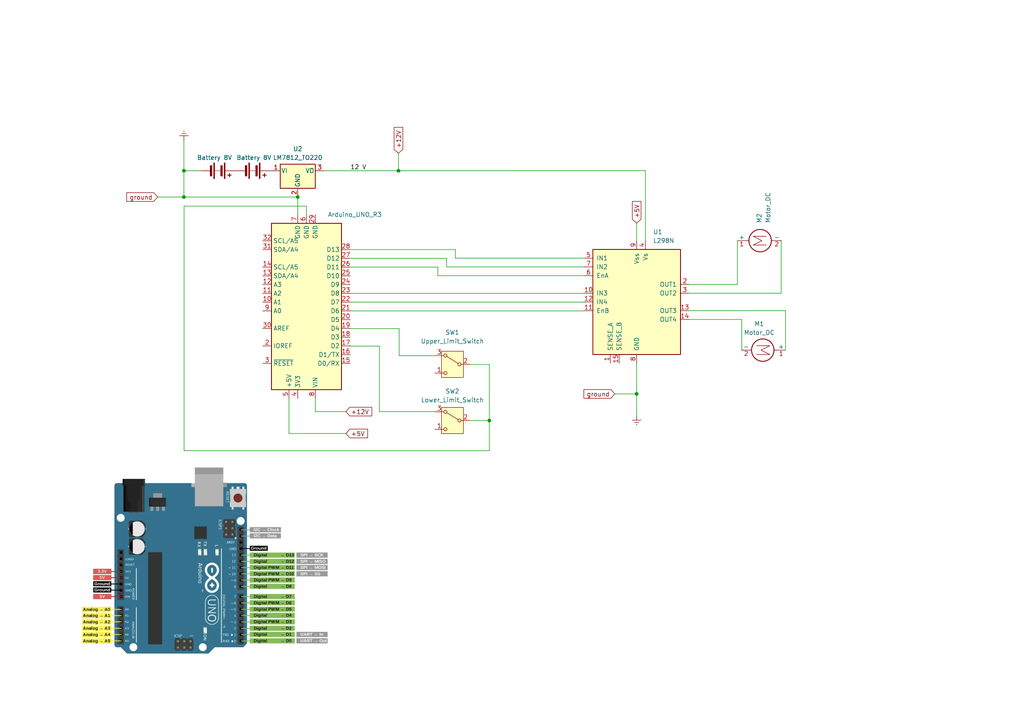
<source format=kicad_sch>
(kicad_sch (version 20230121) (generator eeschema)
  (paper "A4")
  (title_block (title "Greartisan 12V DC Motor Driver"))
  (lib_symbols
    (symbol "Device:Battery" (pin_numbers hide) (pin_names (offset 0) hide)
      (property "Reference" "BT" (at 2.54 2.54 0))
      (property "Value" "Battery" (at 2.54 0 0))
      (symbol "Battery_0_1"
        (rectangle (start -2.286 -1.27) (end 2.286 -1.524) (fill (type outline)))
        (rectangle (start -2.286 1.778) (end 2.286 1.524) (fill (type outline)))
        (rectangle (start -1.524 -2.032) (end 1.524 -2.54) (fill (type outline)))
        (rectangle (start -1.524 1.016) (end 1.524 0.508) (fill (type outline)))
        (polyline (pts (xy 0 -1.016) (xy 0 -0.762)))
        (polyline (pts (xy 0 -0.508) (xy 0 -0.254)))
        (polyline (pts (xy 0 0) (xy 0 0.254)))
        (polyline (pts (xy 0 1.778) (xy 0 2.54)))
        (polyline (pts (xy 0.762 3.048) (xy 1.778 3.048)) (stroke (width 0.254)))
        (polyline (pts (xy 1.27 3.556) (xy 1.27 2.54)) (stroke (width 0.254)))
      )
      (symbol "Battery_1_1"
        (pin passive line (at 0 5.08 270) (length 2.54) (name "+") (number "1"))
        (pin passive line (at 0 -5.08 90) (length 2.54) (name "-") (number "2"))
      )
    )
    (symbol "Driver_Motor:L298N" (pin_names (offset 1.016))
      (property "Reference" "U" (at -10.16 16.51 0))
      (property "Value" "L298N" (at 12.7 16.51 0))
      (symbol "L298N_0_1"
        (rectangle (start -12.7 15.24) (end 12.7 -15.24) (stroke (width 0.254)) (fill (type background)))
      )
      (symbol "L298N_1_1"
        (pin power_in line (at -7.62 -17.78 90) (length 2.54) (name "SENSE_A") (number "1"))
        (pin input line (at -15.24 2.54 0) (length 2.54) (name "IN3") (number "10"))
        (pin input line (at -15.24 -2.54 0) (length 2.54) (name "EnB") (number "11"))
        (pin input line (at -15.24 0 0) (length 2.54) (name "IN4") (number "12"))
        (pin output line (at 15.24 -2.54 180) (length 2.54) (name "OUT3") (number "13"))
        (pin output line (at 15.24 -5.08 180) (length 2.54) (name "OUT4") (number "14"))
        (pin power_in line (at -5.08 -17.78 90) (length 2.54) (name "SENSE_B") (number "15"))
        (pin output line (at 15.24 5.08 180) (length 2.54) (name "OUT1") (number "2"))
        (pin output line (at 15.24 2.54 180) (length 2.54) (name "OUT2") (number "3"))
        (pin power_in line (at 2.54 17.78 270) (length 2.54) (name "Vs") (number "4"))
        (pin input line (at -15.24 12.7 0) (length 2.54) (name "IN1") (number "5"))
        (pin input line (at -15.24 7.62 0) (length 2.54) (name "EnA") (number "6"))
        (pin input line (at -15.24 10.16 0) (length 2.54) (name "IN2") (number "7"))
        (pin power_in line (at 0 -17.78 90) (length 2.54) (name "GND") (number "8"))
        (pin power_in line (at 0 17.78 270) (length 2.54) (name "Vss") (number "9"))
      )
    )
    (symbol "MCU_Module:Arduino_UNO_R3"
      (property "Reference" "A" (at -10.16 23.495 0))
      (property "Value" "Arduino_UNO_R3" (at 5.08 -26.67 0))
      (symbol "Arduino_UNO_R3_0_1"
        (rectangle (start -10.16 22.86) (end 10.16 -25.4) (stroke (width 0.254)) (fill (type background)))
      )
      (symbol "Arduino_UNO_R3_1_1"
        (pin no_connect line (at -10.16 -20.32 0) (length 2.54) hide (name "NC") (number "1"))
        (pin bidirectional line (at 12.7 -2.54 180) (length 2.54) (name "A1") (number "10"))
        (pin bidirectional line (at 12.7 -5.08 180) (length 2.54) (name "A2") (number "11"))
        (pin bidirectional line (at 12.7 -7.62 180) (length 2.54) (name "A3") (number "12"))
        (pin bidirectional line (at 12.7 -10.16 180) (length 2.54) (name "SDA/A4") (number "13"))
        (pin bidirectional line (at 12.7 -12.7 180) (length 2.54) (name "SCL/A5") (number "14"))
        (pin bidirectional line (at -12.7 15.24 0) (length 2.54) (name "D0/RX") (number "15"))
        (pin bidirectional line (at -12.7 12.7 0) (length 2.54) (name "D1/TX") (number "16"))
        (pin bidirectional line (at -12.7 10.16 0) (length 2.54) (name "D2") (number "17"))
        (pin bidirectional line (at -12.7 7.62 0) (length 2.54) (name "D3") (number "18"))
        (pin bidirectional line (at -12.7 5.08 0) (length 2.54) (name "D4") (number "19"))
        (pin output line (at 12.7 10.16 180) (length 2.54) (name "IOREF") (number "2"))
        (pin bidirectional line (at -12.7 2.54 0) (length 2.54) (name "D5") (number "20"))
        (pin bidirectional line (at -12.7 0 0) (length 2.54) (name "D6") (number "21"))
        (pin bidirectional line (at -12.7 -2.54 0) (length 2.54) (name "D7") (number "22"))
        (pin bidirectional line (at -12.7 -5.08 0) (length 2.54) (name "D8") (number "23"))
        (pin bidirectional line (at -12.7 -7.62 0) (length 2.54) (name "D9") (number "24"))
        (pin bidirectional line (at -12.7 -10.16 0) (length 2.54) (name "D10") (number "25"))
        (pin bidirectional line (at -12.7 -12.7 0) (length 2.54) (name "D11") (number "26"))
        (pin bidirectional line (at -12.7 -15.24 0) (length 2.54) (name "D12") (number "27"))
        (pin bidirectional line (at -12.7 -17.78 0) (length 2.54) (name "D13") (number "28"))
        (pin power_in line (at -2.54 -27.94 90) (length 2.54) (name "GND") (number "29"))
        (pin input line (at 12.7 15.24 180) (length 2.54) (name "~{RESET}") (number "3"))
        (pin input line (at 12.7 5.08 180) (length 2.54) (name "AREF") (number "30"))
        (pin bidirectional line (at 12.7 -17.78 180) (length 2.54) (name "SDA/A4") (number "31"))
        (pin bidirectional line (at 12.7 -20.32 180) (length 2.54) (name "SCL/A5") (number "32"))
        (pin power_out line (at 2.54 25.4 270) (length 2.54) (name "3V3") (number "4"))
        (pin power_out line (at 5.08 25.4 270) (length 2.54) (name "+5V") (number "5"))
        (pin power_in line (at 0 -27.94 90) (length 2.54) (name "GND") (number "6"))
        (pin power_in line (at 2.54 -27.94 90) (length 2.54) (name "GND") (number "7"))
        (pin power_in line (at -2.54 25.4 270) (length 2.54) (name "VIN") (number "8"))
        (pin bidirectional line (at 12.7 0 180) (length 2.54) (name "A0") (number "9"))
      )
    )
    (symbol "Motor:Motor_DC" (pin_names (offset 0))
      (property "Reference" "M" (at 2.54 2.54 0))
      (property "Value" "Motor_DC" (at 2.54 -5.08 0))
      (symbol "Motor_DC_0_0"
        (polyline (pts (xy -1.27 -3.302) (xy -1.27 0.508) (xy 0 -2.032) (xy 1.27 0.508) (xy 1.27 -3.302)))
      )
      (symbol "Motor_DC_0_1"
        (circle (center 0 -1.524) (radius 3.2512) (stroke (width 0.254)))
        (polyline (pts (xy 0 -7.62) (xy 0 -7.112)))
        (polyline (pts (xy 0 -4.7752) (xy 0 -5.1816)))
        (polyline (pts (xy 0 1.7272) (xy 0 2.0828)))
        (polyline (pts (xy 0 2.032) (xy 0 2.54)))
      )
      (symbol "Motor_DC_1_1"
        (pin passive line (at 0 5.08 270) (length 2.54) (name "+") (number "1"))
        (pin passive line (at 0 -7.62 90) (length 2.54) (name "-") (number "2"))
      )
    )
    (symbol "Regulator_Linear:LM7812_TO220" (pin_names (offset 0.254))
      (property "Reference" "U" (at -3.81 3.175 0))
      (property "Value" "LM7812_TO220" (at 0 3.175 0))
      (symbol "LM7812_TO220_0_1"
        (rectangle (start -5.08 1.905) (end 5.08 -5.08) (stroke (width 0.254)) (fill (type background)))
      )
      (symbol "LM7812_TO220_1_1"
        (pin power_in line (at -7.62 0 0) (length 2.54) (name "VI") (number "1"))
        (pin power_in line (at 0 -7.62 90) (length 2.54) (name "GND") (number "2"))
        (pin power_out line (at 7.62 0 180) (length 2.54) (name "VO") (number "3"))
      )
    )
    (symbol "Switch:SW_Nidec_CAS-120A1" (pin_names (offset 1) hide)
      (property "Reference" "SW" (at 0 4.318 0))
      (property "Value" "SW_Nidec_CAS-120A1" (at 0 -5.08 0))
      (symbol "SW_Nidec_CAS-120A1_0_1"
        (circle (center -2.032 0) (radius 0.4572))
        (polyline (pts (xy -1.651 0.254) (xy 1.651 2.286)))
        (circle (center 2.032 -2.54) (radius 0.4572))
        (circle (center 2.032 2.54) (radius 0.4572))
      )
      (symbol "SW_Nidec_CAS-120A1_1_1"
        (rectangle (start -3.175 3.81) (end 3.175 -3.81) (fill (type background)))
        (pin passive line (at 5.08 -2.54 180) (length 2.54) (name "C") (number "1"))
        (pin passive line (at -5.08 0 0) (length 2.54) (name "B") (number "2"))
        (pin passive line (at 5.08 2.54 180) (length 2.54) (name "A") (number "3"))
      )
    )
    (symbol "power:Earth" (power) (pin_names (offset 0))
      (symbol "Earth_0_1"
        (polyline (pts (xy -0.635 -1.905) (xy 0.635 -1.905)))
        (polyline (pts (xy -0.127 -2.54) (xy 0.127 -2.54)))
        (polyline (pts (xy 0 -1.27) (xy 0 0)))
        (polyline (pts (xy 1.27 -1.27) (xy -1.27 -1.27)))
      )
      (symbol "Earth_1_1"
        (pin power_in line (at 0 0 270) (length 0) hide (name "Earth") (number "1"))
      )
    )
  )
  (junction (at 53.34 57.15))
  (junction (at 115.57 49.53))
  (junction (at 86.36 57.15))
  (junction (at 53.34 49.53))
  (junction (at 141.9352 121.9708))
  (junction (at 184.658 114.2492))
  (wire (pts (xy 93.98 49.53) (xy 115.57 49.53)))
  (wire (pts (xy 53.34 57.15) (xy 86.36 57.15)))
  (wire (pts (xy 132.08 74.8792) (xy 169.418 74.8792)))
  (wire (pts (xy 83.82 115.57) (xy 83.82 125.73)))
  (wire (pts (xy 187.198 49.4792) (xy 187.198 69.7992)))
  (wire (pts (xy 86.36 57.15) (xy 86.36 62.23)))
  (wire (pts (xy 147.828 49.53) (xy 115.57 49.53)))
  (wire (pts (xy 169.3164 87.5792) (xy 169.418 87.5792)))
  (wire (pts (xy 141.9352 121.9708) (xy 141.9352 105.7148)))
  (wire (pts (xy 127 79.9592) (xy 169.418 79.9592)))
  (wire (pts (xy 53.34 49.53) (xy 53.34 57.15)))
  (wire (pts (xy 147.828 49.4792) (xy 147.828 49.53)))
  (wire (pts (xy 115.57 44.45) (xy 115.57 49.53)))
  (wire (pts (xy 199.898 82.4992) (xy 213.868 82.4992)))
  (wire (pts (xy 136.2964 105.7148) (xy 141.9352 105.7148)))
  (wire (pts (xy 91.44 119.38) (xy 100.33 119.38)))
  (wire (pts (xy 169.3164 87.5792) (xy 169.3164 87.63)))
  (wire (pts (xy 83.82 125.73) (xy 100.33 125.73)))
  (wire (pts (xy 127 77.47) (xy 127 79.9592)))
  (wire (pts (xy 101.5492 95.3008) (xy 115.7732 95.3008)))
  (wire (pts (xy 132.08 72.39) (xy 132.08 74.8792)))
  (wire (pts (xy 91.44 119.38) (xy 91.44 115.57)))
  (wire (pts (xy 147.828 49.4792) (xy 187.198 49.4792)))
  (wire (pts (xy 88.8492 62.1792) (xy 88.8492 59.7916)))
  (wire (pts (xy 126.0856 103.1748) (xy 115.7732 103.1748)))
  (wire (pts (xy 129.54 74.93) (xy 129.54 77.4192)))
  (wire (pts (xy 199.898 85.0392) (xy 226.568 85.0392)))
  (wire (pts (xy 53.3908 59.7916) (xy 53.3908 130.7084)))
  (wire (pts (xy 126.0348 119.38) (xy 110.0328 119.38)))
  (wire (pts (xy 169.3672 90.17) (xy 101.6 90.17)))
  (wire (pts (xy 110.0328 119.38) (xy 110.0328 100.3808)))
  (wire (pts (xy 45.72 57.15) (xy 53.34 57.15)))
  (wire (pts (xy 141.9352 130.7084) (xy 141.9352 121.9708)))
  (wire (pts (xy 169.2656 85.09) (xy 101.6 85.09)))
  (wire (pts (xy 58.42 49.53) (xy 53.34 49.53)))
  (wire (pts (xy 226.568 69.7992) (xy 226.568 85.0392)))
  (wire (pts (xy 169.2656 85.0392) (xy 169.418 85.0392)))
  (wire (pts (xy 178.308 114.2492) (xy 184.658 114.2492)))
  (wire (pts (xy 88.8492 59.7916) (xy 53.3908 59.7916)))
  (wire (pts (xy 101.6 74.93) (xy 129.54 74.93)))
  (wire (pts (xy 184.658 114.2492) (xy 184.658 120.5992)))
  (wire (pts (xy 169.3672 90.1192) (xy 169.3672 90.17)))
  (wire (pts (xy 115.7732 103.1748) (xy 115.7732 95.3008)))
  (wire (pts (xy 129.54 77.4192) (xy 169.418 77.4192)))
  (wire (pts (xy 101.6 77.47) (xy 127 77.47)))
  (wire (pts (xy 53.3908 130.7084) (xy 141.9352 130.7084)))
  (wire (pts (xy 184.658 64.7192) (xy 184.658 69.7992)))
  (wire (pts (xy 215.138 92.6592) (xy 215.138 101.5492)))
  (wire (pts (xy 184.658 105.3592) (xy 184.658 114.2492)))
  (wire (pts (xy 101.6 72.39) (xy 132.08 72.39)))
  (wire (pts (xy 53.34 40.64) (xy 53.34 49.53)))
  (wire (pts (xy 169.3672 90.1192) (xy 169.418 90.1192)))
  (wire (pts (xy 169.2656 85.0392) (xy 169.2656 85.09)))
  (wire (pts (xy 213.868 69.7992) (xy 213.868 82.4992)))
  (wire (pts (xy 136.3472 121.9708) (xy 141.9352 121.9708)))
  (wire (pts (xy 227.838 90.1192) (xy 227.838 101.5492)))
  (wire (pts (xy 169.3164 87.63) (xy 101.6 87.63)))
  (wire (pts (xy 199.898 90.1192) (xy 227.838 90.1192)))
  (wire (pts (xy 199.898 92.6592) (xy 215.138 92.6592)))
  (wire (pts (xy 101.3968 100.3808) (xy 110.0328 100.3808)))
  (image (at 58.42 162.56) (scale 0.634671))
  (label "12 V" (at 101.6 49.53 0))
  (global_label "ground" (shape input) (at 178.308 114.2492 180) (property "Intersheetrefs" "${INTERSHEET_REFS}" (effects hide)))
  (global_label "+5V" (shape input) (at 184.658 64.7192 90) (property "Intersheetrefs" "${INTERSHEET_REFS}" (effects hide)))
  (global_label "ground" (shape input) (at 45.72 57.15 180) (property "Intersheetrefs" "${INTERSHEET_REFS}" (effects hide)))
  (global_label "+12V" (shape input) (at 100.33 119.38 0) (property "Intersheetrefs" "${INTERSHEET_REFS}" (effects hide)))
  (global_label "+5V" (shape input) (at 100.33 125.73 0) (property "Intersheetrefs" "${INTERSHEET_REFS}" (effects hide)))
  (global_label "+12V" (shape input) (at 115.57 44.45 90) (property "Intersheetrefs" "${INTERSHEET_REFS}" (effects hide)))
  (symbol (lib_id "Motor:Motor_DC") (at 222.758 101.5492 270) (unit 1)
    (property "Reference" "M1" (at 220.218 93.9292 90))
    (property "Value" "Motor_DC" (at 220.218 96.4692 90))
  )
  (symbol (lib_id "Device:Battery") (at 63.5 49.53 270) (unit 1)
    (property "Reference" "BT1" (effects hide))
    (property "Value" "Battery 8V" (at 62.23 45.72 90))
  )
  (symbol (lib_id "power:Earth") (at 184.658 120.5992 0) (unit 1)
    (property "Reference" "#PWR01" (effects hide))
    (property "Value" "Earth" (effects hide))
  )
  (symbol (lib_id "Switch:SW_Nidec_CAS-120A1") (at 131.2164 121.9708 0) (mirror y) (unit 1)
    (property "Reference" "SW2" (at 131.2164 113.4872 0))
    (property "Value" "Lower_Limit_Switch" (at 131.2164 116.0272 0))
    (property "Footprint" "Button_Switch_SMD:Nidec_Copal_CAS-120A" (effects hide))
    (property "Datasheet" "https://www.nidec-components.com/e/catalog/switch/cas.pdf" (effects hide))
  )
  (symbol (lib_id "Switch:SW_Nidec_CAS-120A1") (at 131.2164 105.664 0) (mirror y) (unit 1)
    (property "Reference" "SW1" (at 131.2164 96.4184 0))
    (property "Value" "Upper_Limit_Switch" (at 131.2164 98.9584 0))
    (property "Footprint" "Button_Switch_SMD:Nidec_Copal_CAS-120A" (effects hide))
    (property "Datasheet" "https://www.nidec-components.com/e/catalog/switch/cas.pdf" (effects hide))
  )
  (symbol (lib_id "Device:Battery") (at 73.66 49.53 270) (unit 1)
    (property "Reference" "BT2" (effects hide))
    (property "Value" "Battery 8V" (at 73.66 45.72 90))
  )
  (symbol (lib_id "power:Earth") (at 53.34 40.64 180) (unit 1)
    (property "Reference" "#PWR02" (effects hide))
    (property "Value" "Earth" (effects hide))
  )
  (symbol (lib_id "MCU_Module:Arduino_UNO_R3") (at 88.9 90.17 180) (unit 1)
    (property "Reference" "A1" (effects hide))
    (property "Value" "Arduino_UNO_R3" (at 95.0661 62.23 0) (effects (justify right)))
    (property "Footprint" "Module:Arduino_UNO_R3" (effects hide))
    (property "Datasheet" "https://www.arduino.cc/en/Main/arduinoBoardUno" (effects hide))
  )
  (symbol (lib_id "Regulator_Linear:LM7812_TO220") (at 86.36 49.53 0) (unit 1)
    (property "Reference" "U2" (at 86.36 43.18 0))
    (property "Value" "LM7812_TO220" (at 86.36 45.72 0))
    (property "Footprint" "Package_TO_SOT_THT:TO-220-3_Vertical" (effects hide))
    (property "Datasheet" "https://www.onsemi.cn/PowerSolutions/document/MC7800-D.PDF" (effects hide))
  )
  (symbol (lib_id "Motor:Motor_DC") (at 218.948 69.7992 90) (unit 1)
    (property "Reference" "M2" (at 220.218 64.7192 0) (effects (justify left)))
    (property "Value" "Motor_DC" (at 222.758 64.7192 0) (effects (justify left)))
  )
  (symbol (lib_id "Driver_Motor:L298N") (at 184.658 87.5792 0) (unit 1)
    (property "Reference" "U1" (at 189.3921 67.2592 0) (effects (justify left)))
    (property "Value" "L298N" (at 189.3921 69.7992 0) (effects (justify left)))
    (property "Footprint" "Package_TO_SOT_THT:TO-220-15_P2.54x2.54mm_StaggerOdd_Lead4.58mm_Vertical" (effects hide))
    (property "Datasheet" "http://www.st.com/st-web-ui/static/active/en/resource/technical/document/datasheet/CD00000240.pdf" (effects hide))
  )
)
</source>
